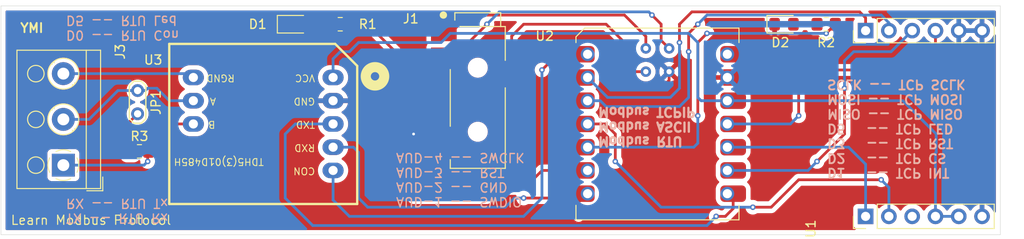
<source format=kicad_pcb>
(kicad_pcb (version 20240108) (generator "pcbnew") (generator_version "8.0")
  (layers (0 "F.Cu" signal) (31 "B.Cu" signal) (34 "B.Paste" user) (35 "F.Paste" user) (36 "B.SilkS" user "B.Silkscreen") (37 "F.SilkS" user "F.Silkscreen") (38 "B.Mask" user) (39 "F.Mask" user) (44 "Edge.Cuts" user))
  (net 0 "")
  (net 1 "GND")
  (net 2 "Net-(D1-A)")
  (net 3 "Net-(D2-A)")
  (net 4 "PRG_RST")
  (net 5 "PRG_SWCLK")
  (net 6 "PRG_SWDIO")
  (net 7 "RGND")
  (net 8 "B")
  (net 9 "A")
  (net 10 "Net-(JP1-B)")
  (net 11 "RTU_LED")
  (net 12 "ETH_LED")
  (net 13 "ETH_CS")
  (net 14 "PWR_3V3")
  (net 16 "ETH_INT")
  (net 17 "ETH_SCLK")
  (net 18 "ETH_MOSI")
  (net 19 "ETH_RST")
  (net 20 "ETH_MISO")
  (net 21 "RTU_EN")
  (net 22 "RTU_RX")
  (net 24 "RTU_TX")
  (footprint "Resistor_SMD:R_0805_2012Metric_Pad1.20x1.40mm_HandSolder" (layer "F.Cu") (at 168 67 180)
    (property "Reference" "R2" (at 0 -2 0) (layer "F.SilkS"))
    (property "Value" "300")
    (fp_line (start -0.227064 0.735) (end 0.227064 0.735) (stroke (width 0.12)) (layer "F.SilkS"))
    (fp_line (start -0.227064 -0.735) (end 0.227064 -0.735) (stroke (width 0.12)) (layer "F.SilkS"))
    (pad "1" smd roundrect (at -1 0 180) (size 1.2 1.4) (layers "F.Cu" "F.Paste" "F.Mask") (roundrect_rratio 0.208333) (net 12 "ETH_LED"))
    (pad "2" smd roundrect (at 1 0 180) (size 1.2 1.4) (layers "F.Cu" "F.Paste" "F.Mask") (roundrect_rratio 0.208333) (net 3 "Net-(D2-A)"))
  )
  (footprint "LED_SMD:LED_0805_2012Metric_Pad1.15x1.40mm_HandSolder" (layer "F.Cu") (at 163.4 67)
    (property "Reference" "D2" (at -0.4 2 0) (layer "F.SilkS"))
    (property "Value" "LED")
    (fp_line (start -1.86 -0.96) (end -1.86 0.96) (stroke (width 0.12)) (layer "F.SilkS"))
    (fp_line (start -1.86 0.96) (end 1 0.96) (stroke (width 0.12)) (layer "F.SilkS"))
    (fp_line (start 1 -0.96) (end -1.86 -0.96) (stroke (width 0.12)) (layer "F.SilkS"))
    (pad "1" smd roundrect (at -1.025 0) (size 1.15 1.4) (layers "F.Cu" "F.Paste" "F.Mask") (roundrect_rratio 0.217391) (net 1 "GND"))
    (pad "2" smd roundrect (at 1.025 0) (size 1.15 1.4) (layers "F.Cu" "F.Paste" "F.Mask") (roundrect_rratio 0.217391) (net 3 "Net-(D2-A)"))
  )
  (footprint "Resistor_SMD:R_0805_2012Metric_Pad1.20x1.40mm_HandSolder" (layer "F.Cu") (at 115 67 180)
    (property "Reference" "R1" (at -3 0 0) (layer "F.SilkS"))
    (property "Value" "300")
    (fp_line (start -0.227064 0.735) (end 0.227064 0.735) (stroke (width 0.12)) (layer "F.SilkS"))
    (fp_line (start -0.227064 -0.735) (end 0.227064 -0.735) (stroke (width 0.12)) (layer "F.SilkS"))
    (pad "1" smd roundrect (at -1 0 180) (size 1.2 1.4) (layers "F.Cu" "F.Paste" "F.Mask") (roundrect_rratio 0.208333) (net 11 "RTU_LED"))
    (pad "2" smd roundrect (at 1 0 180) (size 1.2 1.4) (layers "F.Cu" "F.Paste" "F.Mask") (roundrect_rratio 0.208333) (net 2 "Net-(D1-A)"))
  )
  (footprint "LED_SMD:LED_0805_2012Metric_Pad1.15x1.40mm_HandSolder" (layer "F.Cu") (at 110 67)
    (property "Reference" "D1" (at -4 0 0) (layer "F.SilkS"))
    (property "Value" "LED")
    (fp_line (start -1.86 -0.96) (end -1.86 0.96) (stroke (width 0.12)) (layer "F.SilkS"))
    (fp_line (start -1.86 0.96) (end 1 0.96) (stroke (width 0.12)) (layer "F.SilkS"))
    (fp_line (start 1 -0.96) (end -1.86 -0.96) (stroke (width 0.12)) (layer "F.SilkS"))
    (pad "1" smd roundrect (at -1.025 0) (size 1.15 1.4) (layers "F.Cu" "F.Paste" "F.Mask") (roundrect_rratio 0.217391) (net 1 "GND"))
    (pad "2" smd roundrect (at 1.025 0) (size 1.15 1.4) (layers "F.Cu" "F.Paste" "F.Mask") (roundrect_rratio 0.217391) (net 2 "Net-(D1-A)"))
  )
  (footprint "td301d485h:TDH5(3)01D485H" (layer "F.Cu") (at 106.6 77.9 180)
    (property "Reference" "U3" (at 12 7 0) (layer "F.SilkS"))
    (property "Value" "THD301D485H")
    (fp_line (start 10.25 8.75) (end 10.25 -8.75) (stroke (width 0.254)) (layer "F.SilkS"))
    (fp_line (start -7.84931 8.75) (end 10.25 8.75) (stroke (width 0.254)) (layer "F.SilkS"))
    (fp_line (start -10.25 6.34931) (end -7.84931 8.75) (stroke (width 0.254)) (layer "F.SilkS"))
    (fp_line (start -10.25 6.34931) (end -10.25 -8.75) (stroke (width 0.254)) (layer "F.SilkS"))
    (fp_line (start -10.25 -8.75) (end 10.25 -8.75) (stroke (width 0.254)) (layer "F.SilkS"))
    (fp_circle (center -12.192 5.207) (end -12.192 4.74909) (stroke (width 1.1)) (fill none) (layer "F.SilkS"))
    (fp_text user "CON" (at -5.715 -4.699 180) (layer "F.SilkS") (effects (font (size 0.762 0.762) (thickness 0.1016)) (justify left bottom)))
    (fp_text user "B" (at 5.16301 0.381 180) (layer "F.SilkS") (effects (font (size 0.762 0.762) (thickness 0.1016)) (justify left bottom)))
    (fp_text user "A" (at 5.09046 2.921 180) (layer "F.SilkS") (effects (font (size 0.762 0.762) (thickness 0.1016)) (justify left bottom)))
    (fp_text user "TXD" (at -5.715 0.381 180) (layer "F.SilkS") (effects (font (size 0.762 0.762) (thickness 0.1016)) (justify left bottom)))
    (fp_text user "VCC" (at -5.715 5.461 180) (layer "F.SilkS") (effects (font (size 0.762 0.762) (thickness 0.1016)) (justify left bottom)))
    (fp_text user "TDH5(3)01D485H" (at -0.127 -3.683 180) (layer "F.SilkS") (effects (font (size 0.762 0.762) (thickness 0.1016)) (justify left bottom)))
    (fp_text user "GND" (at -5.715 2.921 180) (layer "F.SilkS") (effects (font (size 0.762 0.762) (thickness 0.1016)) (justify left bottom)))
    (fp_text user "RXD" (at -5.715 -2.159 180) (layer "F.SilkS") (effects (font (size 0.762 0.762) (thickness 0.1016)) (justify left bottom)))
    (fp_text user "RGND" (at 3.048 5.461 180) (layer "F.SilkS") (effects (font (size 0.762 0.762) (thickness 0.1016)) (justify left bottom)))
    (pad "1" thru_hole oval (at -7.62 5.08) (size 2.3 1.7) (drill 1) (layers "*.Cu" "*.Mask") (net 14 "PWR_3V3"))
    (pad "2" thru_hole oval (at -7.62 2.54) (size 2.3 1.7) (drill 1) (layers "*.Cu" "*.Mask") (net 1 "GND"))
    (pad "3" thru_hole oval (at -7.62 0) (size 2.3 1.7) (drill 1) (layers "*.Cu" "*.Mask") (net 24 "RTU_TX"))
    (pad "4" thru_hole oval (at -7.62 -2.54) (size 2.3 1.7) (drill 1) (layers "*.Cu" "*.Mask") (net 22 "RTU_RX"))
    (pad "5" thru_hole oval (at -7.62 -5.08) (size 2.3 1.7) (drill 1) (layers "*.Cu" "*.Mask") (net 21 "RTU_EN"))
    (pad "8" thru_hole oval (at 7.62 0) (size 2.3 1.7) (drill 1) (layers "*.Cu" "*.Mask") (net 8 "B"))
    (pad "9" thru_hole oval (at 7.62 2.54) (size 2.3 1.7) (drill 1) (layers "*.Cu" "*.Mask") (net 9 "A"))
    (pad "10" thru_hole oval (at 7.62 5.08) (size 2.3 1.7) (drill 1) (layers "*.Cu" "*.Mask") (net 7 "RGND"))
  )
  (footprint "TestPoint:TestPoint_2Pads_Pitch2.54mm_Drill0.8mm" (layer "F.Cu") (at 92.9 74.25 -90)
    (property "Reference" "JP1" (at 1.3 -2 90) (layer "F.SilkS"))
    (property "Value" "Jump")
    (fp_line (start -0.53 0.9) (end -1.03 0.4) (stroke (width 0.15)) (layer "F.SilkS"))
    (fp_line (start 3.07 0.9) (end -0.53 0.9) (stroke (width 0.15)) (layer "F.SilkS"))
    (fp_line (start -1.03 0.4) (end -1.03 -0.4) (stroke (width 0.15)) (layer "F.SilkS"))
    (fp_line (start 3.57 0.4) (end 3.07 0.9) (stroke (width 0.15)) (layer "F.SilkS"))
    (fp_line (start -1.03 -0.4) (end -0.53 -0.9) (stroke (width 0.15)) (layer "F.SilkS"))
    (fp_line (start 3.57 -0.4) (end 3.57 0.4) (stroke (width 0.15)) (layer "F.SilkS"))
    (fp_line (start -0.53 -0.9) (end 3.07 -0.9) (stroke (width 0.15)) (layer "F.SilkS"))
    (fp_line (start 3.07 -0.9) (end 3.57 -0.4) (stroke (width 0.15)) (layer "F.SilkS"))
    (pad "1" thru_hole circle (at 0 0 270) (size 1.4 1.4) (drill 0.8) (layers "*.Cu" "*.Mask") (net 9 "A"))
    (pad "2" thru_hole circle (at 2.54 0 270) (size 1.4 1.4) (drill 0.8) (layers "*.Cu" "*.Mask") (net 10 "Net-(JP1-B)"))
  )
  (footprint "TerminalBlock_RND:TerminalBlock_RND_205-00002_1x03_P5.00mm_Horizontal" (layer "F.Cu") (at 84.8 82.4 90)
    (property "Reference" "J3" (at 12.4 6.2 90) (layer "F.SilkS"))
    (property "Value" "RTU_CONN")
    (fp_line (start 12.56 -5.06) (end 12.56 4.06) (stroke (width 0.12)) (layer "F.SilkS"))
    (fp_line (start -2.56 -5.06) (end 12.56 -5.06) (stroke (width 0.12)) (layer "F.SilkS"))
    (fp_line (start -2.56 -5.06) (end -2.56 4.06) (stroke (width 0.12)) (layer "F.SilkS"))
    (fp_line (start 11.07 -1.275) (end 11.011 -1.216) (stroke (width 0.12)) (layer "F.SilkS"))
    (fp_line (start 6.07 -1.275) (end 6.011 -1.216) (stroke (width 0.12)) (layer "F.SilkS"))
    (fp_line (start 11.275 -1.069) (end 11.181 -0.976) (stroke (width 0.12)) (layer "F.SilkS"))
    (fp_line (start 6.275 -1.069) (end 6.181 -0.976) (stroke (width 0.12)) (layer "F.SilkS"))
    (fp_line (start 8.82 0.976) (end 8.726 1.069) (stroke (width 0.12)) (layer "F.SilkS"))
    (fp_line (start 3.82 0.976) (end 3.726 1.069) (stroke (width 0.12)) (layer "F.SilkS"))
    (fp_line (start 8.99 1.216) (end 8.931 1.274) (stroke (width 0.12)) (layer "F.SilkS"))
    (fp_line (start 3.99 1.216) (end 3.931 1.274) (stroke (width 0.12)) (layer "F.SilkS"))
    (fp_line (start -2.56 2.5) (end 12.56 2.5) (stroke (width 0.12)) (layer "F.SilkS"))
    (fp_line (start -2.8 2.56) (end -2.8 4.3) (stroke (width 0.12)) (layer "F.SilkS"))
    (fp_line (start -2.56 4.06) (end 12.56 4.06) (stroke (width 0.12)) (layer "F.SilkS"))
    (fp_line (start -2.8 4.3) (end -1.3 4.3) (stroke (width 0.12)) (layer "F.SilkS"))
    (fp_arc (start -0.789089 -1.483953) (mid -0.00005 -1.680708) (end 0.789 -1.484) (stroke (width 0.12)) (layer "F.SilkS"))
    (fp_arc (start 1.483953 -0.789089) (mid 1.680708 -0.00005) (end 1.484 0.789) (stroke (width 0.12)) (layer "F.SilkS"))
    (fp_arc (start -1.483953 0.789089) (mid -1.680708 0.00005) (end -1.484 -0.789) (stroke (width 0.12)) (layer "F.SilkS"))
    (fp_arc (start 0.788712 1.483352) (mid 0.406429 1.630097) (end 0 1.68) (stroke (width 0.12)) (layer "F.SilkS"))
    (fp_arc (start 0.029383 1.68045) (mid -0.392304 1.634281) (end -0.789 1.484) (stroke (width 0.12)) (layer "F.SilkS"))
    (fp_circle (center 10 -3) (end 10.9 -3) (stroke (width 0.12)) (fill none) (layer "F.SilkS"))
    (fp_circle (center 5 -3) (end 5.9 -3) (stroke (width 0.12)) (fill none) (layer "F.SilkS"))
    (fp_circle (center 0 -3) (end 0.9 -3) (stroke (width 0.12)) (fill none) (layer "F.SilkS"))
    (fp_circle (center 10 0) (end 11.68 0) (stroke (width 0.12)) (fill none) (layer "F.SilkS"))
    (fp_circle (center 5 0) (end 6.68 0) (stroke (width 0.12)) (fill none) (layer "F.SilkS"))
    (pad "1" thru_hole rect (at 0 0 90) (size 2.5 2.5) (drill 1.3) (layers "*.Cu" "*.Mask") (net 8 "B"))
    (pad "2" thru_hole circle (at 5 0 90) (size 2.5 2.5) (drill 1.3) (layers "*.Cu" "*.Mask") (net 9 "A"))
    (pad "3" thru_hole circle (at 10 0 90) (size 2.5 2.5) (drill 1.3) (layers "*.Cu" "*.Mask") (net 7 "RGND"))
  )
  (footprint "Resistor_SMD:R_0805_2012Metric_Pad1.20x1.40mm_HandSolder" (layer "F.Cu") (at 93.1 80.9)
    (property "Reference" "R3" (at 0 -1.65 0) (layer "F.SilkS"))
    (property "Value" "120")
    (fp_line (start -0.227064 -0.735) (end 0.227064 -0.735) (stroke (width 0.12)) (layer "F.SilkS"))
    (fp_line (start -0.227064 0.735) (end 0.227064 0.735) (stroke (width 0.12)) (layer "F.SilkS"))
    (pad "1" smd roundrect (at -1 0) (size 1.2 1.4) (layers "F.Cu" "F.Paste" "F.Mask") (roundrect_rratio 0.208333) (net 10 "Net-(JP1-B)"))
    (pad "2" smd roundrect (at 1 0) (size 1.2 1.4) (layers "F.Cu" "F.Paste" "F.Mask") (roundrect_rratio 0.208333) (net 8 "B"))
  )
  (footprint "xiao_ble:Seeeduino_Xiao" (layer "F.Cu") (at 141.98 70.28)
    (property "Reference" "U2" (at -4.68 -1.98 0) (layer "F.SilkS"))
    (property "Value" "SeeeduinoXIAO")
    (fp_line (start -1.27 -1.905) (end -0.3175 -2.8575) (stroke (width 0.12)) (layer "F.SilkS"))
    (fp_line (start -1.27 -1.27) (end -1.27 -1.905) (stroke (width 0.12)) (layer "F.SilkS"))
    (fp_line (start -1.27 16.51) (end -1.27 18.0975) (stroke (width 0.12)) (layer "F.SilkS"))
    (fp_line (start -1.27 18.0975) (end 16.51 18.0975) (stroke (width 0.12)) (layer "F.SilkS"))
    (fp_line (start -0.3175 -2.8575) (end 16.51 -2.8575) (stroke (width 0.12)) (layer "F.SilkS"))
    (fp_line (start 16.51 -2.8575) (end 16.51 -1.27) (stroke (width 0.12)) (layer "F.SilkS"))
    (fp_line (start 16.51 18.0975) (end 16.51 16.51) (stroke (width 0.12)) (layer "F.SilkS"))
    (pad "1" smd roundrect (at -0.635 0) (size 2.8 1.8) (layers "F.Cu" "F.Mask") (net 21 "RTU_EN"))
    (pad "1" thru_hole circle (at 0 0) (size 1.5 1.5) (drill 1) (layers "*.Cu" "*.Mask") (net 21 "RTU_EN"))
    (pad "2" smd roundrect (at -0.635 2.54) (size 2.8 1.8) (layers "F.Cu" "F.Mask") (net 16 "ETH_INT"))
    (pad "2" thru_hole circle (at 0 2.54) (size 1.5 1.5) (drill 1) (layers "*.Cu" "*.Mask") (net 16 "ETH_INT"))
    (pad "3" smd roundrect (at -0.635 5.08) (size 2.8 1.8) (layers "F.Cu" "F.Mask") (net 13 "ETH_CS"))
    (pad "3" thru_hole circle (at 0 5.08) (size 1.5 1.5) (drill 1) (layers "*.Cu" "*.Mask") (net 13 "ETH_CS"))
    (pad "4" smd roundrect (at -0.635 7.62) (size 2.8 1.8) (layers "F.Cu" "F.Mask") (net 19 "ETH_RST"))
    (pad "4" thru_hole circle (at 0 7.62) (size 1.5 1.5) (drill 1) (layers "*.Cu" "*.Mask") (net 19 "ETH_RST"))
    (pad "5" smd roundrect (at -0.635 10.16) (size 2.8 1.8) (layers "F.Cu" "F.Mask") (net 12 "ETH_LED"))
    (pad "5" thru_hole circle (at 0 10.16) (size 1.5 1.5) (drill 1) (layers "*.Cu" "*.Mask") (net 12 "ETH_LED"))
    (pad "6" smd roundrect (at -0.635 12.7) (size 2.8 1.8) (layers "F.Cu" "F.Mask") (net 11 "RTU_LED"))
    (pad "6" thru_hole circle (at 0 12.7) (size 1.5 1.5) (drill 1) (layers "*.Cu" "*.Mask") (net 11 "RTU_LED"))
    (pad "7" smd roundrect (at -0.635 15.24) (size 2.8 1.8) (layers "F.Cu" "F.Mask") (net 22 "RTU_RX"))
    (pad "7" thru_hole circle (at 0 15.24) (size 1.5 1.5) (drill 1) (layers "*.Cu" "*.Mask") (net 22 "RTU_RX"))
    (pad "8" thru_hole circle (at 15.24 15.24) (size 1.5 1.5) (drill 1) (layers "*.Cu" "*.Mask") (net 24 "RTU_TX"))
    (pad "8" smd roundrect (at 15.875 15.24 180) (size 2.8 1.8) (layers "F.Cu" "F.Mask") (net 24 "RTU_TX"))
    (pad "9" thru_hole circle (at 15.24 12.7) (size 1.5 1.5) (drill 1) (layers "*.Cu" "*.Mask") (net 17 "ETH_SCLK"))
    (pad "9" smd roundrect (at 15.875 12.7 180) (size 2.8 1.8) (layers "F.Cu" "F.Mask") (net 17 "ETH_SCLK"))
    (pad "10" thru_hole circle (at 15.24 10.16) (size 1.5 1.5) (drill 1) (layers "*.Cu" "*.Mask") (net 20 "ETH_MISO"))
    (pad "10" smd roundrect (at 15.875 10.16 180) (size 2.8 1.8) (layers "F.Cu" "F.Mask") (net 20 "ETH_MISO"))
    (pad "11" thru_hole circle (at 15.24 7.62) (size 1.5 1.5) (drill 1) (layers "*.Cu" "*.Mask") (net 18 "ETH_MOSI"))
    (pad "11" smd roundrect (at 15.875 7.62 180) (size 2.8 1.8) (layers "F.Cu" "F.Mask") (net 18 "ETH_MOSI"))
    (pad "12" thru_hole circle (at 15.24 5.08) (size 1.5 1.5) (drill 1) (layers "*.Cu" "*.Mask") (net 14 "PWR_3V3"))
    (pad "12" smd roundrect (at 15.875 5.08 180) (size 2.8 1.8) (layers "F.Cu" "F.Mask") (net 14 "PWR_3V3"))
    (pad "13" thru_hole circle (at 15.24 2.54) (size 1.5 1.5) (drill 1) (layers "*.Cu" "*.Mask") (net 1 "GND"))
    (pad "13" smd roundrect (at 15.875 2.54 180) (size 2.8 1.8) (layers "F.Cu" "F.Mask") (net 1 "GND"))
    (pad "14" thru_hole circle (at 15.24 0) (size 1.5 1.5) (drill 1) (layers "*.Cu" "*.Mask"))
    (pad "14" smd roundrect (at 15.875 0 180) (size 2.8 1.8) (layers "F.Cu" "F.Mask"))
    (pad "17" thru_hole circle (at 6.35 -0.635 180) (size 1.143 1.143) (drill 0.5715) (layers "*.Cu" "*.Mask") (net 6 "PRG_SWDIO"))
    (pad "18" thru_hole circle (at 8.89 -0.635 180) (size 1.143 1.143) (drill 0.5715) (layers "*.Cu" "*.Mask") (net 5 "PRG_SWCLK"))
    (pad "19" thru_hole circle (at 6.35 1.905 180) (size 1.143 1.143) (drill 0.5715) (layers "*.Cu" "*.Mask") (net 4 "PRG_RST"))
    (pad "20" thru_hole circle (at 8.89 1.905 180) (size 1.143 1.143) (drill 0.5715) (layers "*.Cu" "*.Mask") (net 1 "GND"))
  )
  (footprint "audjck3:CUI_SJ-43514-SMT" (layer "F.Cu") (at 130 75 -90)
    (property "Reference" "J1" (at -8.6 7.3 180) (layer "F.SilkS") (effects (font (size 1.004591 1.004591))))
    (property "Value" "SJ-43514-SMT")
    (fp_line (start -3.05 3) (end 3.15 3) (stroke (width 0.127)) (layer "F.SilkS"))
    (fp_line (start 6.8 3) (end 7.75 3) (stroke (width 0.127)) (layer "F.SilkS"))
    (fp_line (start -9.25 2.5) (end -8.45 2.5) (stroke (width 0.127)) (layer "F.SilkS"))
    (fp_line (start -9.25 -2.5) (end -9.25 2.5) (stroke (width 0.127)) (layer "F.SilkS"))
    (fp_line (start -7.75 -2.5) (end -7.75 1.95) (stroke (width 0.127)) (layer "F.SilkS"))
    (fp_line (start -7.75 -2.5) (end -9.25 -2.5) (stroke (width 0.127)) (layer "F.SilkS"))
    (fp_line (start -7.75 -3) (end -7.75 -2.5) (stroke (width 0.127)) (layer "F.SilkS"))
    (fp_line (start -4.05 -3) (end -7.75 -3) (stroke (width 0.127)) (layer "F.SilkS"))
    (fp_line (start 7.75 -3) (end 7.75 3) (stroke (width 0.127)) (layer "F.SilkS"))
    (fp_line (start 7.75 -3) (end -1.05 -3) (stroke (width 0.127)) (layer "F.SilkS"))
    (fp_circle (center -9 3.75) (end -8.8 3.75) (stroke (width 0.4)) (fill none) (layer "F.SilkS"))
    (pad "" np_thru_hole circle (at -3.25 0 270) (size 1.7 1.7) (drill 1.7) (layers "*.Cu" "*.Mask"))
    (pad "" np_thru_hole circle (at 3.75 0 270) (size 1.7 1.7) (drill 1.7) (layers "*.Cu" "*.Mask"))
    (pad "1" smd rect (at -7.15 3.7 90) (size 2 2.8) (layers "F.Cu" "F.Paste" "F.Mask") (net 6 "PRG_SWDIO"))
    (pad "2" smd rect (at 5.05 3.6 90) (size 2.8 2.6) (layers "F.Cu" "F.Paste" "F.Mask") (net 1 "GND"))
    (pad "3" smd rect (at -2.45 -3.7 90) (size 2.2 2.8) (layers "F.Cu" "F.Paste" "F.Mask") (net 4 "PRG_RST"))
    (pad "4" smd rect (at -4.35 3.7 90) (size 2.2 2.8) (layers "F.Cu" "F.Paste" "F.Mask") (net 5 "PRG_SWCLK"))
  )
  (footprint "w5500_lite:w5500_lite" (layer "F.Cu") (at 171.03 89.37 90)
    (property "Reference" "U1" (at 0.01 -4.7 90) (layer "F.SilkS"))
    (property "Value" "~")
    (fp_line (start 20.34 -0.06) (end 21.67 -0.06) (stroke (width 0.12)) (layer "F.SilkS"))
    (fp_line (start 0.04 -0.06) (end 1.37 -0.06) (stroke (width 0.12)) (layer "F.SilkS"))
    (fp_line (start 20.34 1.27) (end 20.34 -0.06) (stroke (width 0.12)) (layer "F.SilkS"))
    (fp_line (start 0.04 1.27) (end 0.04 -0.06) (stroke (width 0.12)) (layer "F.SilkS"))
    (fp_line (start 23 2.54) (end 23 15.3) (stroke (width 0.12)) (layer "F.SilkS"))
    (fp_line (start 20.34 2.54) (end 23 2.54) (stroke (width 0.12)) (layer "F.SilkS"))
    (fp_line (start 20.34 2.54) (end 20.34 15.3) (stroke (width 0.12)) (layer "F.SilkS"))
    (fp_line (start 2.7 2.54) (end 2.7 15.3) (stroke (width 0.12)) (layer "F.SilkS"))
    (fp_line (start 0.04 2.54) (end 2.7 2.54) (stroke (width 0.12)) (layer "F.SilkS"))
    (fp_line (start 0.04 2.54) (end 0.04 15.3) (stroke (width 0.12)) (layer "F.SilkS"))
    (fp_line (start 20.34 15.3) (end 23 15.3) (stroke (width 0.12)) (layer "F.SilkS"))
    (fp_line (start 0.04 15.3) (end 2.7 15.3) (stroke (width 0.12)) (layer "F.SilkS"))
    (pad "1" thru_hole rect (at 1.37 1.27 90) (size 1.7 1.7) (drill 1) (layers "*.Cu" "*.Mask") (net 20 "ETH_MISO"))
    (pad "2" thru_hole oval (at 1.37 3.81 90) (size 1.7 1.7) (drill 1) (layers "*.Cu" "*.Mask") (net 19 "ETH_RST"))
    (pad "3" thru_hole oval (at 1.37 6.35 90) (size 1.7 1.7) (drill 1) (layers "*.Cu" "*.Mask"))
    (pad "4" thru_hole oval (at 1.37 8.89 90) (size 1.7 1.7) (drill 1) (layers "*.Cu" "*.Mask") (net 14 "PWR_3V3"))
    (pad "5" thru_hole oval (at 1.37 11.43 90) (size 1.7 1.7) (drill 1) (layers "*.Cu" "*.Mask") (net 14 "PWR_3V3"))
    (pad "6" thru_hole oval (at 1.37 13.97 90) (size 1.7 1.7) (drill 1) (layers "*.Cu" "*.Mask") (net 1 "GND"))
    (pad "7" thru_hole oval (at 21.67 13.97 90) (size 1.7 1.7) (drill 1) (layers "*.Cu" "*.Mask") (net 1 "GND"))
    (pad "8" thru_hole oval (at 21.67 11.43 90) (size 1.7 1.7) (drill 1) (layers "*.Cu" "*.Mask") (net 1 "GND"))
    (pad "9" thru_hole oval (at 21.67 8.89 90) (size 1.7 1.7) (drill 1) (layers "*.Cu" "*.Mask") (net 18 "ETH_MOSI"))
    (pad "10" thru_hole oval (at 21.67 6.35 90) (size 1.7 1.7) (drill 1) (layers "*.Cu" "*.Mask") (net 17 "ETH_SCLK"))
    (pad "11" thru_hole oval (at 21.67 3.81 90) (size 1.7 1.7) (drill 1) (layers "*.Cu" "*.Mask") (net 13 "ETH_CS"))
    (pad "12" thru_hole rect (at 21.67 1.27 90) (size 1.7 1.7) (drill 1) (layers "*.Cu" "*.Mask") (net 16 "ETH_INT"))
  )
  (gr_line (start 187 90) (end 78 90) (stroke (width 0.05)) (layer "Edge.Cuts"))
  (gr_line (start 187 90) (end 187 65) (stroke (width 0.05)) (layer "Edge.Cuts"))
  (gr_line (start 78 65) (end 78 68) (stroke (width 0.05)) (layer "Edge.Cuts"))
  (gr_line (start 78 90) (end 78 68) (stroke (width 0.05)) (layer "Edge.Cuts"))
  (gr_line (start 187 65) (end 78 65) (stroke (width 0.05)) (layer "Edge.Cuts"))
  (gr_text "TX -- RTU Rx\nRX -- RTU Tx" (at 85 86 180) (layer "B.SilkS") (effects (font (size 1 1)) (justify left bottom mirror)))
  (gr_text "Modbus RTU\nModbus ASCII\nModbus TCPIP" (at 143 76 180) (layer "B.SilkS") (effects (font (size 1 1) (thickness 0.25) (bold yes)) (justify left bottom mirror)))
  (gr_text "AUD-1 -- SWDIO\nAUD-2 -- GND\nAUD-3 -- RST\nAUD-4 -- SWCLK" (at 121 81 180) (layer "B.SilkS") (effects (font (size 1 1)) (justify left bottom mirror)))
  (gr_text "D1   -- TCP INT\nD2   -- TCP CS\nD3   -- TCP RST\nD5   -- TCP LED\nMISO -- TCP MISO\nMOSI -- TCP MOSI\nSCLK -- TCP SCLK" (at 168 73 180) (layer "B.SilkS") (effects (font (size 1 1) (thickness 0.2) (bold yes)) (justify left bottom mirror)))
  (gr_text "D0 -- RTU Con\nD5 -- RTU Led" (at 85 66 180) (layer "B.SilkS") (effects (font (size 1 1)) (justify left bottom mirror)))
  (gr_text "YMI" (at 80 68 0) (layer "F.SilkS") (effects (font (size 1 1) (thickness 0.2) (bold yes)) (justify left bottom)))
  (gr_text "Learn Modbus Protocol" (at 79 89 0) (layer "F.SilkS") (effects (font (size 1 1) (thickness 0.125)) (justify left bottom)))
  (segment (start 144 68) (end 146 70) (width 0.3) (layer "F.Cu") (net 1))
  (segment (start 154 83) (end 151 83) (width 0.3) (layer "F.Cu") (net 1))
  (segment (start 156 74) (end 155 75) (width 0.3) (layer "F.Cu") (net 1))
  (segment (start 146 70) (end 146 72) (width 0.3) (layer "F.Cu") (net 1))
  (segment (start 108.975 73.975) (end 108.975 67) (width 0.3) (layer "F.Cu") (net 1))
  (segment (start 170 85) (end 167 88) (width 0.3) (layer "F.Cu") (net 1))
  (segment (start 163 88) (end 162 89) (width 0.3) (layer "F.Cu") (net 1))
  (segment (start 157.22 72.82) (end 155.82 72.82) (width 0.3) (layer "F.Cu") (net 1))
  (segment (start 154 89) (end 153 88) (width 0.3) (layer "F.Cu") (net 1))
  (segment (start 136 79) (end 136 70) (width 0.3) (layer "F.Cu") (net 1))
  (segment (start 155 82) (end 154 83) (width 0.3) (layer "F.Cu") (net 1))
  (segment (start 157 67) (end 162.375 67) (width 0.3) (layer "F.Cu") (net 1))
  (segment (start 146 72) (end 148 74) (width 0.3) (layer "F.Cu") (net 1))
  (segment (start 182 85) (end 170 85) (width 0.3) (layer "F.Cu") (net 1))
  (segment (start 148 74) (end 150 74) (width 0.3) (layer "F.Cu") (net 1))
  (segment (start 136 70) (end 138 68) (width 0.3) (layer "F.Cu") (net 1))
  (segment (start 150 74) (end 150.87 73.13) (width 0.3) (layer "F.Cu") (net 1))
  (segment (start 110.36 75.36) (end 108.975 73.975) (width 0.3) (layer "F.Cu") (net 1))
  (segment (start 153 88) (end 153 87) (width 0.3) (layer "F.Cu") (net 1))
  (segment (start 156.04 74) (end 156 74) (width 0.3) (layer "F.Cu") (net 1))
  (segment (start 155 69) (end 157 67) (width 0.3) (layer "F.Cu") (net 1))
  (segment (start 124.05 80.05) (end 126.4 80.05) (width 0.3) (layer "F.Cu") (net 1))
  (segment (start 153 87) (end 154 86) (width 0.3) (layer "F.Cu") (net 1))
  (segment (start 182.46 84.54) (end 182 85) (width 0.3) (layer "F.Cu") (net 1))
  (segment (start 114.22 75.36) (end 110.36 75.36) (width 0.3) (layer "F.Cu") (net 1))
  (segment (start 150.87 73.13) (end 150.87 72.185) (width 0.3) (layer "F.Cu") (net 1))
  (segment (start 157.22 72.82) (end 156.04 74) (width 0.3) (layer "F.Cu") (net 1))
  (segment (start 123 79) (end 124.05 80.05) (width 0.3) (layer "F.Cu") (net 1))
  (segment (start 138 68) (end 144 68) (width 0.3) (layer "F.Cu") (net 1))
  (segment (start 154 86) (end 154 83) (width 0.3) (layer "F.Cu") (net 1))
  (segment (start 129 81) (end 134 81) (width 0.3) (layer "F.Cu") (net 1))
  (segment (start 162 89) (end 154 89) (width 0.3) (layer "F.Cu") (net 1))
  (segment (start 134 81) (end 136 79) (width 0.3) (layer "F.Cu") (net 1))
  (segment (start 167 88) (end 163 88) (width 0.3) (layer "F.Cu") (net 1))
  (segment (start 150 82) (end 150 74) (width 0.3) (layer "F.Cu") (net 1))
  (segment (start 155 72) (end 155 69) (width 0.3) (layer "F.Cu") (net 1))
  (segment (start 155 75) (end 155 82) (width 0.3) (layer "F.Cu") (net 1))
  (segment (start 155.82 72.82) (end 155 72) (width 0.3) (layer "F.Cu") (net 1))
  (segment (start 151 72.315) (end 150.87 72.185) (width 0.3) (layer "F.Cu") (net 1))
  (segment (start 182.46 67.7) (end 182.46 84.54) (width 0.3) (layer "F.Cu") (net 1))
  (segment (start 126.4 80.05) (end 128.05 80.05) (width 0.3) (layer "F.Cu") (net 1))
  (segment (start 128.05 80.05) (end 129 81) (width 0.3) (layer "F.Cu") (net 1))
  (segment (start 151 83) (end 150 82) (width 0.3) (layer "F.Cu") (net 1))
  (via (at 123 79) (size 0.6) (drill 0.3) (layers "F.Cu" "B.Cu") (net 1))
  (segment (start 122.36 75.36) (end 123 76) (width 0.3) (layer "B.Cu") (net 1))
  (segment (start 122.36 75.36) (end 114.22 75.36) (width 0.3) (layer "B.Cu") (net 1))
  (segment (start 185 88) (end 185 67.7) (width 0.3) (layer "B.Cu") (net 1))
  (segment (start 185 67.7) (end 182.46 67.7) (width 0.3) (layer "B.Cu") (net 1))
  (segment (start 123 76) (end 123 79) (width 0.3) (layer "B.Cu") (net 1))
  (segment (start 111.025 67) (end 114 67) (width 0.3) (layer "F.Cu") (net 2))
  (segment (start 164.425 67) (end 167 67) (width 0.3) (layer "F.Cu") (net 3))
  (segment (start 135 67) (end 144 67) (width 0.3) (layer "F.Cu") (net 4))
  (segment (start 133.7 72.55) (end 133.7 68.3) (width 0.3) (layer "F.Cu") (net 4))
  (segment (start 147 72) (end 147.185 72.185) (width 0.3) (layer "F.Cu") (net 4))
  (segment (start 147.185 72.185) (end 148.33 72.185) (width 0.3) (layer "F.Cu") (net 4))
  (segment (start 147 70) (end 147 72) (width 0.3) (layer "F.Cu") (net 4))
  (segment (start 133.7 68.3) (end 135 67) (width 0.3) (layer "F.Cu") (net 4))
  (segment (start 144 67) (end 147 70) (width 0.3) (layer "F.Cu") (net 4))
  (segment (start 127.35 70.65) (end 129 69) (width 0.3) (layer "F.Cu") (net 5))
  (segment (start 150 67) (end 149 66) (width 0.3) (layer "F.Cu") (net 5))
  (segment (start 126.3 70.65) (end 127.35 70.65) (width 0.3) (layer "F.Cu") (net 5))
  (segment (start 129 69) (end 131 67) (width 0.3) (layer "F.Cu") (net 5))
  (segment (start 150 68.775) (end 150 67) (width 0.3) (layer "F.Cu") (net 5))
  (segment (start 150.87 69.645) (end 150 68.775) (width 0.3) (layer "F.Cu") (net 5))
  (segment (start 125.6 71.45) (end 126.55 71.45) (width 0.3) (layer "F.Cu") (net 5))
  (via (at 131 67) (size 0.6) (drill 0.3) (layers "F.Cu" "B.Cu") (net 5))
  (via (at 149 66) (size 0.6) (drill 0.3) (layers "F.Cu" "B.Cu") (net 5))
  (segment (start 132.35 65.65) (end 148.65 65.65) (width 0.3) (layer "B.Cu") (net 5))
  (segment (start 131 67) (end 132.35 65.65) (width 0.3) (layer "B.Cu") (net 5))
  (segment (start 148.65 65.65) (end 149 66) (width 0.3) (layer "B.Cu") (net 5))
  (segment (start 129 66) (end 146 66) (width 0.3) (layer "F.Cu") (net 6))
  (segment (start 146 66) (end 148.33 68.33) (width 0.3) (layer "F.Cu") (net 6))
  (segment (start 148.33 68.33) (end 148.33 69.645) (width 0.3) (layer "F.Cu") (net 6))
  (segment (start 127.15 67.85) (end 129 66) (width 0.3) (layer "F.Cu") (net 6))
  (segment (start 126.3 67.85) (end 127.15 67.85) (width 0.3) (layer "F.Cu") (net 6))
  (segment (start 98.56 72.4) (end 98.98 72.82) (width 0.2) (layer "F.Cu") (net 7))
  (segment (start 98.56 72.4) (end 98.98 72.82) (width 0.3) (layer "B.Cu") (net 7))
  (segment (start 84.8 72.4) (end 98.56 72.4) (width 0.3) (layer "B.Cu") (net 7))
  (segment (start 94.1 80.9) (end 94.1 79.9) (width 0.3) (layer "F.Cu") (net 8))
  (segment (start 94 81) (end 94.1 80.9) (width 0.3) (layer "F.Cu") (net 8))
  (segment (start 96.1 77.9) (end 98.98 77.9) (width 0.3) (layer "F.Cu") (net 8))
  (segment (start 94.1 79.9) (end 96.1 77.9) (width 0.3) (layer "F.Cu") (net 8))
  (segment (start 94 82) (end 94 81) (width 0.3) (layer "F.Cu") (net 8))
  (via (at 94 82) (size 0.6) (drill 0.3) (layers "F.Cu" "B.Cu") (net 8))
  (segment (start 84.8 82.4) (end 93.6 82.4) (width 0.3) (layer "B.Cu") (net 8))
  (segment (start 93.6 82.4) (end 94 82) (width 0.3) (layer "B.Cu") (net 8))
  (segment (start 93.75 74.25) (end 92.9 74.25) (width 0.3) (layer "B.Cu") (net 9))
  (segment (start 96.36 75.36) (end 95 74) (width 0.3) (layer "B.Cu") (net 9))
  (segment (start 98.98 75.36) (end 96.36 75.36) (width 0.3) (layer "B.Cu") (net 9))
  (segment (start 95 74) (end 94 74) (width 0.3) (layer "B.Cu") (net 9))
  (segment (start 90.75 74.25) (end 92.9 74.25) (width 0.3) (layer "B.Cu") (net 9))
  (segment (start 84.8 77.4) (end 87.6 77.4) (width 0.3) (layer "B.Cu") (net 9))
  (segment (start 94 74) (end 93.75 74.25) (width 0.3) (layer "B.Cu") (net 9))
  (segment (start 87.6 77.4) (end 90.75 74.25) (width 0.3) (layer "B.Cu") (net 9))
  (segment (start 92.1 80.9) (end 92.1 77.59) (width 0.3) (layer "F.Cu") (net 10))
  (segment (start 92.1 77.59) (end 92.9 76.79) (width 0.3) (layer "F.Cu") (net 10))
  (segment (start 131 86) (end 123 86) (width 0.3) (layer "F.Cu") (net 11))
  (segment (start 121 70) (end 118 67) (width 0.3) (layer "F.Cu") (net 11))
  (segment (start 135 84) (end 134 85) (width 0.3) (layer "F.Cu") (net 11))
  (segment (start 141.345 82.98) (end 137.02 82.98) (width 0.3) (layer "F.Cu") (net 11))
  (segment (start 123 86) (end 121 84) (width 0.3) (layer "F.Cu") (net 11))
  (segment (start 132 85) (end 131 86) (width 0.3) (layer "F.Cu") (net 11))
  (segment (start 118 67) (end 116 67) (width 0.3) (layer "F.Cu") (net 11))
  (segment (start 137.02 82.98) (end 136 84) (width 0.3) (layer "F.Cu") (net 11))
  (segment (start 134 85) (end 132 85) (width 0.3) (layer "F.Cu") (net 11))
  (segment (start 121 84) (end 121 70) (width 0.3) (layer "F.Cu") (net 11))
  (segment (start 136 84) (end 135 84) (width 0.3) (layer "F.Cu") (net 11))
  (segment (start 154 77) (end 154 69) (width 0.3) (layer "F.Cu") (net 12))
  (segment (start 154 69) (end 155 68) (width 0.3) (layer "F.Cu") (net 12))
  (segment (start 168 68) (end 169 67) (width 0.3) (layer "F.Cu") (net 12))
  (via (at 155 68) (size 0.6) (drill 0.3) (layers "F.Cu" "B.Cu") (net 12))
  (via (at 154 77) (size 0.6) (drill 0.3) (layers "F.Cu" "B.Cu") (net 12))
  (via (at 168 68) (size 0.6) (drill 0.3) (layers "F.Cu" "B.Cu") (net 12))
  (segment (start 141.98 80.44) (end 153.56 80.44) (width 0.3) (layer "B.Cu") (net 12))
  (segment (start 154 80) (end 154 77) (width 0.3) (layer "B.Cu") (net 12))
  (segment (start 155 68) (end 168 68) (width 0.3) (layer "B.Cu") (net 12))
  (segment (start 153.56 80.44) (end 154 80) (width 0.3) (layer "B.Cu") (net 12))
  (segment (start 153 70) (end 153 68) (width 0.3) (layer "F.Cu") (net 13))
  (segment (start 153 68) (end 154 67) (width 0.3) (layer "F.Cu") (net 13))
  (via (at 153 70) (size 0.6) (drill 0.3) (layers "F.Cu" "B.Cu") (net 13))
  (via (at 154 67) (size 0.6) (drill 0.3) (layers "F.Cu" "B.Cu") (net 13))
  (segment (start 174.84 66.84) (end 174.84 67.7) (width 0.3) (layer "B.Cu") (net 13))
  (segment (start 155 66) (end 174 66) (width 0.3) (layer "B.Cu") (net 13))
  (segment (start 153 75) (end 153 70) (width 0.3) (layer "B.Cu") (net 13))
  (segment (start 152 76) (end 153 75) (width 0.3) (layer "B.Cu") (net 13))
  (segment (start 141.98 75.36) (end 143.36 75.36) (width 0.3) (layer "B.Cu") (net 13))
  (segment (start 174 66) (end 174.84 66.84) (width 0.3) (layer "B.Cu") (net 13))
  (segment (start 154 67) (end 155 66) (width 0.3) (layer "B.Cu") (net 13))
  (segment (start 144 76) (end 152 76) (width 0.3) (layer "B.Cu") (net 13))
  (segment (start 143.36 75.36) (end 144 76) (width 0.3) (layer "B.Cu") (net 13))
  (segment (start 157.22 75.36) (end 176.36 75.36) (width 0.3) (layer "B.Cu") (net 14))
  (segment (start 115 70) (end 114.22 70.78) (width 0.3) (layer "B.Cu") (net 14))
  (segment (start 153 68) (end 127 68) (width 0.3) (layer "B.Cu") (net 14))
  (segment (start 154 69) (end 153 68) (width 0.3) (layer "B.Cu") (net 14))
  (segment (start 179.92 81.08) (end 179.92 88) (width 0.3) (layer "B.Cu") (net 14))
  (segment (start 126 69) (end 117 69) (width 0.3) (layer "B.Cu") (net 14))
  (segment (start 114.22 70.78) (end 114.22 72.82) (width 0.3) (layer "B.Cu") (net 14))
  (segment (start 117 69) (end 116 70) (width 0.3) (layer "B.Cu") (net 14))
  (segment (start 116 70) (end 115 70) (width 0.3) (layer "B.Cu") (net 14))
  (segment (start 154.36 75.36) (end 154 75) (width 0.3) (layer "B.Cu") (net 14))
  (segment (start 179.92 88) (end 182.46 88) (width 0.3) (layer "B.Cu") (net 14))
  (segment (start 154 75) (end 154 69) (width 0.3) (layer "B.Cu") (net 14))
  (segment (start 127 68) (end 126 69) (width 0.3) (layer "B.Cu") (net 14))
  (segment (start 180 79) (end 180 81) (width 0.3) (layer "B.Cu") (net 14))
  (segment (start 176.36 75.36) (end 180 79) (width 0.3) (layer "B.Cu") (net 14))
  (segment (start 180 81) (end 179.92 81.08) (width 0.3) (layer "B.Cu") (net 14))
  (segment (start 157.22 75.36) (end 154.36 75.36) (width 0.3) (layer "B.Cu") (net 14))
  (segment (start 152 67) (end 153.35 65.65) (width 0.3) (layer "F.Cu") (net 16))
  (segment (start 172.3 66.3) (end 172.3 67.7) (width 0.3) (layer "F.Cu") (net 16))
  (segment (start 171.65 65.65) (end 172.3 66.3) (width 0.3) (layer "F.Cu") (net 16))
  (segment (start 153.35 65.65) (end 171.65 65.65) (width 0.3) (layer "F.Cu") (net 16))
  (segment (start 152 69) (end 152 67) (width 0.3) (layer "F.Cu") (net 16))
  (via (at 152 69) (size 0.6) (drill 0.3) (layers "F.Cu" "B.Cu") (net 16))
  (segment (start 151 75) (end 152 74) (width 0.3) (layer "B.Cu") (net 16))
  (segment (start 141.98 72.82) (end 144.16 75) (width 0.3) (layer "B.Cu") (net 16))
  (segment (start 152 74) (end 152 69) (width 0.3) (layer "B.Cu") (net 16))
  (segment (start 145 75) (end 151 75) (width 0.3) (layer "B.Cu") (net 16))
  (segment (start 144.16 75) (end 145 75) (width 0.3) (layer "B.Cu") (net 16))
  (segment (start 167 82) (end 170 79) (width 0.3) (layer "F.Cu") (net 17))
  (segment (start 170 79) (end 170 74) (width 0.3) (layer "F.Cu") (net 17))
  (via (at 167 82) (size 0.6) (drill 0.3) (layers "F.Cu" "B.Cu") (net 17))
  (via (at 170 74) (size 0.6) (drill 0.3) (layers "F.Cu" "B.Cu") (net 17))
  (segment (start 175.08 70) (end 177.38 67.7) (width 0.3) (layer "B.Cu") (net 17))
  (segment (start 170 74) (end 170 71) (width 0.3) (layer "B.Cu") (net 17))
  (segment (start 171 70) (end 175.08 70) (width 0.3) (layer "B.Cu") (net 17))
  (segment (start 166.02 82.98) (end 167 82) (width 0.3) (layer "B.Cu") (net 17))
  (segment (start 170 71) (end 171 70) (width 0.3) (layer "B.Cu") (net 17))
  (segment (start 157.22 82.98) (end 166.02 82.98) (width 0.3) (layer "B.Cu") (net 17))
  (segment (start 167 72) (end 178 72) (width 0.3) (layer "F.Cu") (net 18))
  (segment (start 165 74) (end 167 72) (width 0.3) (layer "F.Cu") (net 18))
  (segment (start 178 72) (end 179.92 70.08) (width 0.3) (layer "F.Cu") (net 18))
  (segment (start 179.92 70.08) (end 179.92 67.7) (width 0.3) (layer "F.Cu") (net 18))
  (segment (start 165 77) (end 165 74) (width 0.3) (layer "F.Cu") (net 18))
  (via (at 165 77) (size 0.6) (drill 0.3) (layers "F.Cu" "B.Cu") (net 18))
  (segment (start 164.1 77.9) (end 165 77) (width 0.3) (layer "B.Cu") (net 18))
  (segment (start 157.22 77.9) (end 164.1 77.9) (width 0.3) (layer "B.Cu") (net 18))
  (segment (start 145 82) (end 145 79) (width 0.3) (layer "F.Cu") (net 19))
  (segment (start 143.9 77.9) (end 141.98 77.9) (width 0.3) (layer "F.Cu") (net 19))
  (segment (start 162 87) (end 160 87) (width 0.3) (layer "F.Cu") (net 19))
  (segment (start 163 86) (end 162 87) (width 0.3) (layer "F.Cu") (net 19))
  (segment (start 145 79) (end 143.9 77.9) (width 0.3) (layer "F.Cu") (net 19))
  (segment (start 174 84) (end 165 84) (width 0.3) (layer "F.Cu") (net 19))
  (segment (start 165 84) (end 163 86) (width 0.3) (layer "F.Cu") (net 19))
  (via (at 160 87) (size 0.6) (drill 0.3) (layers "F.Cu" "B.Cu") (net 19))
  (via (at 174 84) (size 0.6) (drill 0.3) (layers "F.Cu" "B.Cu") (net 19))
  (via (at 145 82) (size 0.6) (drill 0.3) (layers "F.Cu" "B.Cu") (net 19))
  (segment (start 154 87) (end 150 87) (width 0.3) (layer "B.Cu") (net 19))
  (segment (start 174.84 88) (end 174.84 84.84) (width 0.3) (layer "B.Cu") (net 19))
  (segment (start 146 83) (end 145 82) (width 0.3) (layer "B.Cu") (net 19))
  (segment (start 174.84 84.84) (end 174 84) (width 0.3) (layer "B.Cu") (net 19))
  (segment (start 150 87) (end 146 83) (width 0.3) (layer "B.Cu") (net 19))
  (segment (start 160 87) (end 154 87) (width 0.3) (layer "B.Cu") (net 19))
  (segment (start 157.22 80.44) (end 170.44 80.44) (width 0.3) (layer "B.Cu") (net 20))
  (segment (start 170.44 80.44) (end 172.3 82.3) (width 0.3) (layer "B.Cu") (net 20))
  (segment (start 172.3 82.3) (end 172.3 88) (width 0.3) (layer "B.Cu") (net 20))
  (segment (start 138.72 70.28) (end 141.345 70.28) (width 0.3) (layer "F.Cu") (net 21))
  (segment (start 137 72) (end 138.72 70.28) (width 0.3) (layer "F.Cu") (net 21))
  (via (at 137 72) (size 0.6) (drill 0.3) (layers "F.Cu" "B.Cu") (net 21))
  (segment (start 116 88) (end 135 88) (width 0.3) (layer "B.Cu") (net 21))
  (segment (start 114.22 82.98) (end 114.22 86.22) (width 0.3) (layer "B.Cu") (net 21))
  (segment (start 135 88) (end 137 86) (width 0.3) (layer "B.Cu") (net 21))
  (segment (start 137 86) (end 137 72) (width 0.3) (layer "B.Cu") (net 21))
  (segment (start 114.22 86.22) (end 116 88) (width 0.3) (layer "B.Cu") (net 21))
  (segment (start 141.98 85.52) (end 141 86.5) (width 0.2) (layer "F.Cu") (net 22))
  (segment (start 135 86) (end 139 86) (width 0.3) (layer "F.Cu") (net 22))
  (segment (start 139 86) (end 139.48 85.52) (width 0.3) (layer "F.Cu") (net 22))
  (segment (start 141 86.5) (end 141 88) (width 0.2) (layer "F.Cu") (net 22))
  (segment (start 139.48 85.52) (end 141.345 85.52) (width 0.3) (layer "F.Cu") (net 22))
  (via (at 135 86) (size 0.6) (drill 0.3) (layers "F.Cu" "B.Cu") (net 22))
  (segment (start 117 81) (end 117 86) (width 0.3) (layer "B.Cu") (net 22))
  (segment (start 114.22 80.44) (end 116.44 80.44) (width 0.3) (layer "B.Cu") (net 22))
  (segment (start 118 87) (end 133 87) (width 0.3) (layer "B.Cu") (net 22))
  (segment (start 117 86) (end 118 87) (width 0.3) (layer "B.Cu") (net 22))
  (segment (start 134 86) (end 135 86) (width 0.3) (layer "B.Cu") (net 22))
  (segment (start 133 87) (end 134 86) (width 0.3) (layer "B.Cu") (net 22))
  (segment (start 116.44 80.44) (end 117 81) (width 0.3) (layer "B.Cu") (net 22))
  (segment (start 157 88) (end 157.855 87.145) (width 0.3) (layer "F.Cu") (net 24))
  (segment (start 157.855 87.145) (end 157.855 85.52) (width 0.3) (layer "F.Cu") (net 24))
  (segment (start 156 88) (end 157 88) (width 0.3) (layer "F.Cu") (net 24))
  (via (at 156 88) (size 0.6) (drill 0.3) (layers "F.Cu" "B.Cu") (net 24))
  (segment (start 112 89) (end 155 89) (width 0.3) (layer "B.Cu") (net 24))
  (segment (start 114.22 77.9) (end 110.1 77.9) (width 0.3) (layer "B.Cu") (net 24))
  (segment (start 110.1 77.9) (end 109 79) (width 0.3) (layer "B.Cu") (net 24))
  (segment (start 155 89) (end 156 88) (width 0.3) (layer "B.Cu") (net 24))
  (segment (start 109 79) (end 109 86) (width 0.3) (layer "B.Cu") (net 24))
  (segment (start 109 86) (end 112 89) (width 0.3) (layer "B.Cu") (net 24))
  (zone (net 1) (net_name "GND") (layers "F&B.Cu") (connect_pads (clearance 0.5)) (min_thickness 0.25) (fill yes (thermal_gap 0.5) (thermal_bridge_width 0.5))
    (polygon (pts (xy 78 65) (xy 78 90) (xy 187 90) (xy 187 65)))
  )
)
</source>
